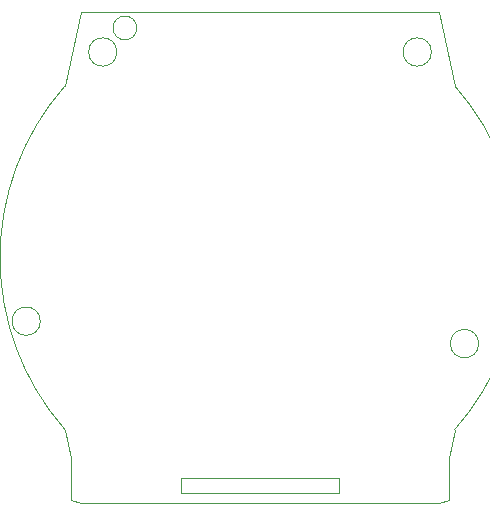
<source format=gbr>
G04 #@! TF.GenerationSoftware,KiCad,Pcbnew,5.1.4-1.fc30*
G04 #@! TF.CreationDate,2020-03-29T15:47:08+02:00*
G04 #@! TF.ProjectId,venom,76656e6f-6d2e-46b6-9963-61645f706362,rev?*
G04 #@! TF.SameCoordinates,Original*
G04 #@! TF.FileFunction,Profile,NP*
%FSLAX46Y46*%
G04 Gerber Fmt 4.6, Leading zero omitted, Abs format (unit mm)*
G04 Created by KiCad (PCBNEW 5.1.4-1.fc30) date 2020-03-29 15:47:08*
%MOMM*%
%LPD*%
G04 APERTURE LIST*
%ADD10C,0.050000*%
G04 APERTURE END LIST*
D10*
X149082000Y-99314000D02*
G75*
G03X149082000Y-99314000I-1000000J0D01*
G01*
X140920000Y-124140000D02*
G75*
G03X140920000Y-124140000I-1200000J0D01*
G01*
X175505039Y-135715628D02*
X175505039Y-139275628D01*
X176009999Y-133319999D02*
X175505039Y-135715628D01*
X175505039Y-139275628D02*
X174690000Y-139570000D01*
X143005040Y-133314371D02*
X143510000Y-135710000D01*
X143510000Y-139270000D02*
X144330000Y-139570000D01*
X143510000Y-135710000D02*
X143510000Y-139270000D01*
X152810000Y-137450000D02*
X152810000Y-138700000D01*
X166210000Y-137450000D02*
X152810000Y-137450000D01*
X166210000Y-138700000D02*
X166210000Y-137450000D01*
X152810000Y-138700000D02*
X166210000Y-138700000D01*
X144330000Y-139570000D02*
X174690000Y-139570000D01*
X144330000Y-98000000D02*
X174700000Y-98000000D01*
X178030000Y-126040000D02*
G75*
G03X178030000Y-126040000I-1200000J0D01*
G01*
X174030000Y-101350000D02*
G75*
G03X174030000Y-101350000I-1200000J0D01*
G01*
X147400000Y-101350000D02*
G75*
G03X147400000Y-101350000I-1200000J0D01*
G01*
X176014960Y-104225629D02*
G75*
G02X176009999Y-133319999I-16504960J-14544371D01*
G01*
X143005040Y-133314371D02*
G75*
G02X143010001Y-104220001I16504960J14544371D01*
G01*
X143010001Y-104220001D02*
X144330000Y-98000000D01*
X176014960Y-104225629D02*
X174700000Y-98000000D01*
M02*

</source>
